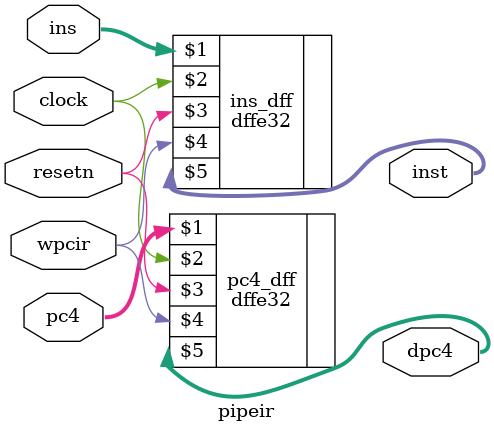
<source format=v>
module pipeir(pc4, ins, wpcir, clock, resetn, dpc4, inst);
	input  [31:0] pc4, ins;
	input         wpcir, clock, resetn;
	output [31:0] dpc4, inst;

	dffe32 pc4_dff(pc4, clock, resetn, wpcir, dpc4);
	dffe32 ins_dff(ins, clock, resetn, wpcir, inst);
endmodule 
</source>
